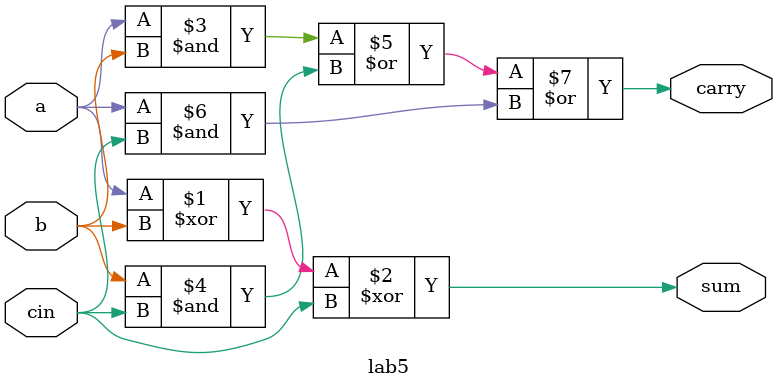
<source format=v>
module lab5 (
    input  wire a, b, cin,   // Inputs
    output wire sum, carry   // Outputs
);

    // Logic equations
    assign sum   = a ^ b ^ cin;                  // XOR for sum
    assign carry = (a & b) | (b & cin) | (a & cin); // Majority function for carry

endmodule



</source>
